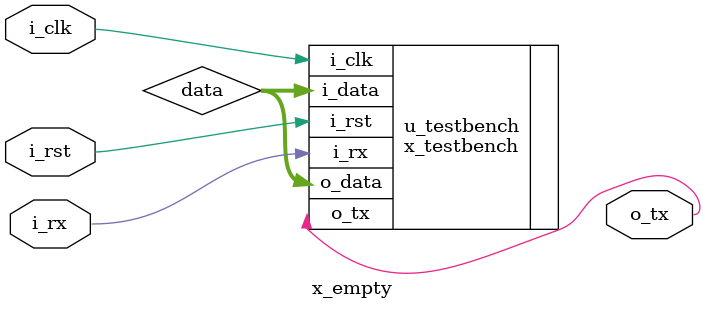
<source format=sv>
module x_empty (
   input    logic    i_clk,
   input    logic    i_rst,
   input    logic    i_rx,
   output   logic    o_tx
);
   logic [31:0] data;

   x_testbench u_testbench(
      .i_clk   (i_clk   ),
      .i_rst   (i_rst   ),
      .i_rx    (i_rx    ),
      .o_tx    (o_tx    ),
      .o_data  (data    ),
      .i_data  (data    )
   );
endmodule


</source>
